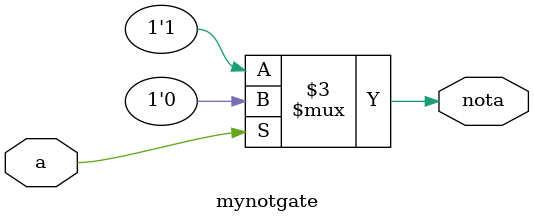
<source format=v>
/*
module mynotgate(
    input wire a, //input wire a
    output wire nota //output wire b
);

assign nota = ~a; //assign nota to the negation of a

endmodule

*/
// Gate Level
/*
module mynotgate(
    input wire a, //input wire a
    output wire nota //output wire b
);
not ng1(nota,a);

endmodule
*/

//Behavioral

module mynotgate(
    input wire a, //input wire a
    output reg nota //output wire b

);
always @(*) begin
    if(a) nota=0;//a==1
    else nota=1;
end
endmodule



</source>
